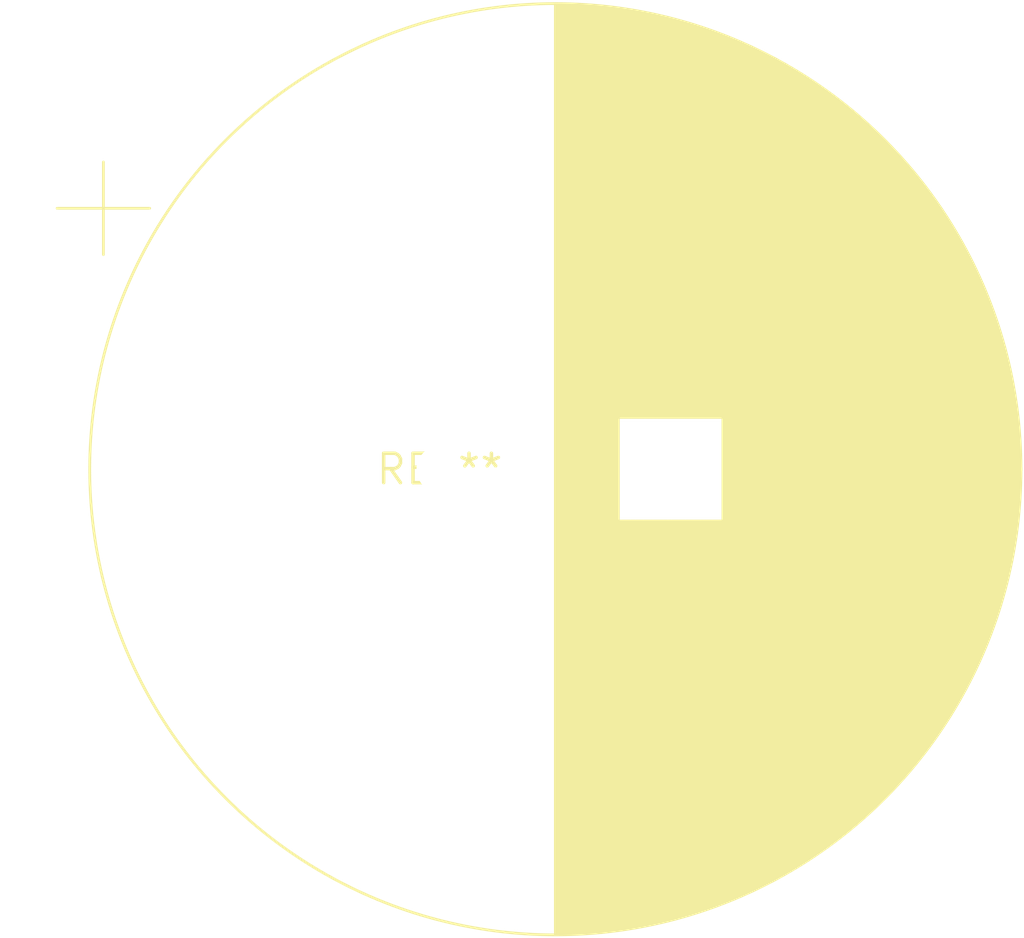
<source format=kicad_pcb>
(kicad_pcb (version 20240108) (generator pcbnew)
  (layers (0 "F.Cu" signal) (31 "B.Cu" signal) (34 "B.Paste" user) (35 "F.Paste" user) (36 "B.SilkS" user "B.Silkscreen") (37 "F.SilkS" user "F.Silkscreen") (38 "B.Mask" user) (39 "F.Mask" user) (44 "Edge.Cuts" user))
  (net 0 "")
  (footprint "CP_Radial_D40.0mm_P10.00mm_SnapIn" (layer "F.Cu") (at 0 0)
    (property "Reference" "REF**")
    (property "Value" "CP_Radial_D40.0mm_P10.00mm_SnapIn")
    (pad "1" thru_hole rect (at 0 0) (size 4 4) (drill 2) (layers *.Cu *.Mask) (remove_unused_layers))
    (pad "2" thru_hole circle (at 10 0) (size 4 4) (drill 2) (layers *.Cu *.Mask) (remove_unused_layers))
  )
)
</source>
